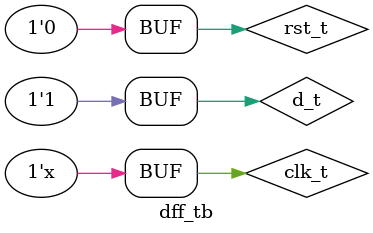
<source format=v>
module dff_tb;
    reg clk_t, rst_t, d_t;
    wire dout_t;

    dff dut(.clk(clk_t), .rst(rst_t), .d(d_t), .dout(dout_t));

    initial begin
        clk_t = 1'b0;
        rst_t = 1'b1;
        #20 rst_t = 1'b0;
        d_t = 1'b0;
        #20 d_t = 1'b1;
    end

    always #10 clk_t = ~clk_t;

endmodule

</source>
